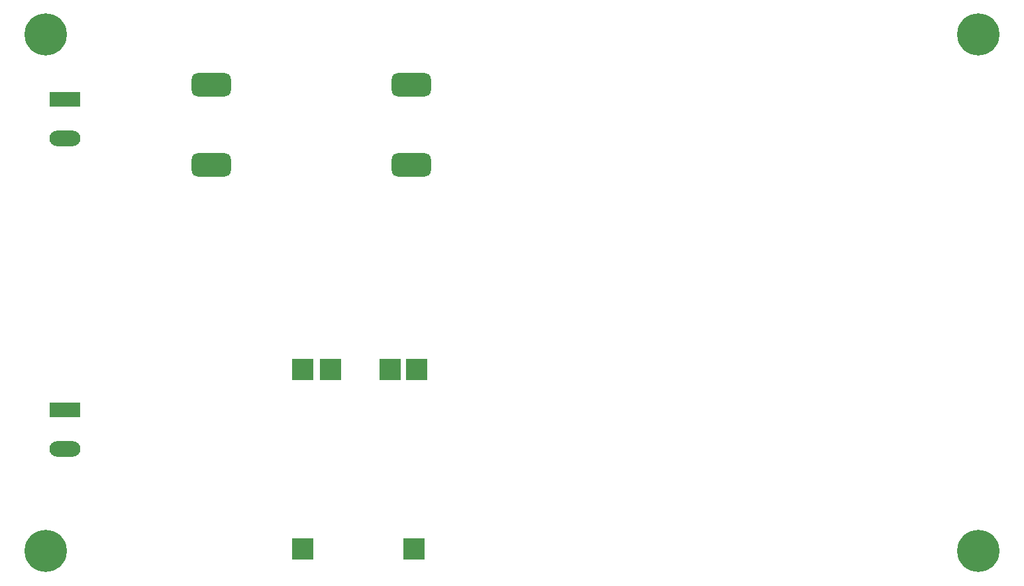
<source format=gbr>
%TF.GenerationSoftware,KiCad,Pcbnew,(6.0.8)*%
%TF.CreationDate,2022-10-31T04:00:38-03:00*%
%TF.ProjectId,pwr_mgmt,7077725f-6d67-46d7-942e-6b696361645f,0*%
%TF.SameCoordinates,Original*%
%TF.FileFunction,Soldermask,Top*%
%TF.FilePolarity,Negative*%
%FSLAX46Y46*%
G04 Gerber Fmt 4.6, Leading zero omitted, Abs format (unit mm)*
G04 Created by KiCad (PCBNEW (6.0.8)) date 2022-10-31 04:00:38*
%MOMM*%
%LPD*%
G01*
G04 APERTURE LIST*
G04 Aperture macros list*
%AMRoundRect*
0 Rectangle with rounded corners*
0 $1 Rounding radius*
0 $2 $3 $4 $5 $6 $7 $8 $9 X,Y pos of 4 corners*
0 Add a 4 corners polygon primitive as box body*
4,1,4,$2,$3,$4,$5,$6,$7,$8,$9,$2,$3,0*
0 Add four circle primitives for the rounded corners*
1,1,$1+$1,$2,$3*
1,1,$1+$1,$4,$5*
1,1,$1+$1,$6,$7*
1,1,$1+$1,$8,$9*
0 Add four rect primitives between the rounded corners*
20,1,$1+$1,$2,$3,$4,$5,0*
20,1,$1+$1,$4,$5,$6,$7,0*
20,1,$1+$1,$6,$7,$8,$9,0*
20,1,$1+$1,$8,$9,$2,$3,0*%
G04 Aperture macros list end*
%ADD10C,5.400000*%
%ADD11RoundRect,0.750000X-1.750000X-0.750000X1.750000X-0.750000X1.750000X0.750000X-1.750000X0.750000X0*%
%ADD12R,3.960000X1.980000*%
%ADD13O,3.960000X1.980000*%
%ADD14R,2.800000X2.800000*%
G04 APERTURE END LIST*
D10*
%TO.C,REF\u002A\u002A*%
X118500000Y-87000000D03*
%TD*%
%TO.C,REF\u002A\u002A*%
X118500000Y-153000000D03*
%TD*%
%TO.C,REF\u002A\u002A*%
X237750000Y-153000000D03*
%TD*%
%TO.C,REF\u002A\u002A*%
X237750000Y-87000000D03*
%TD*%
D11*
%TO.C,REF\u002A\u002A*%
X165300000Y-93400000D03*
X165300000Y-103600000D03*
X139700000Y-93400000D03*
X139700000Y-103600000D03*
%TD*%
D12*
%TO.C,REF\u002A\u002A*%
X121000000Y-135000000D03*
D13*
X121000000Y-140000000D03*
%TD*%
D14*
%TO.C,USB_CHRG\u002A\u002A*%
X151415500Y-152717500D03*
X165615500Y-152717500D03*
X151415500Y-129817500D03*
X165915500Y-129817500D03*
X154915500Y-129817500D03*
X162515500Y-129817500D03*
%TD*%
D12*
%TO.C,REF\u002A\u002A*%
X121000000Y-95235000D03*
D13*
X121000000Y-100235000D03*
%TD*%
M02*

</source>
